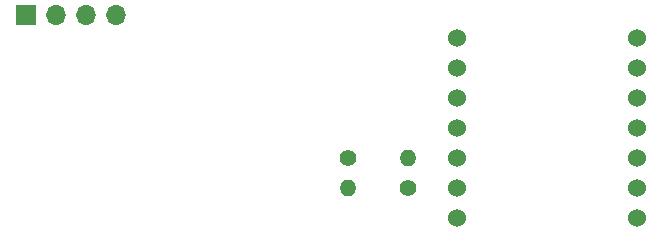
<source format=gbr>
%TF.GenerationSoftware,KiCad,Pcbnew,8.0.9*%
%TF.CreationDate,2025-07-26T13:13:37-07:00*%
%TF.ProjectId,ayushi_hermes_project,61797573-6869-45f6-9865-726d65735f70,rev?*%
%TF.SameCoordinates,Original*%
%TF.FileFunction,Soldermask,Bot*%
%TF.FilePolarity,Negative*%
%FSLAX46Y46*%
G04 Gerber Fmt 4.6, Leading zero omitted, Abs format (unit mm)*
G04 Created by KiCad (PCBNEW 8.0.9) date 2025-07-26 13:13:37*
%MOMM*%
%LPD*%
G01*
G04 APERTURE LIST*
%ADD10C,1.524000*%
%ADD11C,1.400000*%
%ADD12O,1.400000X1.400000*%
%ADD13R,1.700000X1.700000*%
%ADD14O,1.700000X1.700000*%
G04 APERTURE END LIST*
D10*
%TO.C,U2*%
X105994200Y-78689200D03*
X105994200Y-81229200D03*
X105994200Y-83769200D03*
X105994200Y-86309200D03*
X105994200Y-88849200D03*
X105994200Y-91389200D03*
X105994200Y-93929200D03*
X121234200Y-93929200D03*
X121234200Y-91389200D03*
X121234200Y-88849200D03*
X121234200Y-86309200D03*
X121234200Y-83769200D03*
X121234200Y-81229200D03*
X121234200Y-78689200D03*
%TD*%
D11*
%TO.C,R2*%
X101879400Y-91389200D03*
D12*
X96799400Y-91389200D03*
%TD*%
%TO.C,R1*%
X101879400Y-88849200D03*
D11*
X96799400Y-88849200D03*
%TD*%
D13*
%TO.C,J1*%
X69494400Y-76733400D03*
D14*
X72034400Y-76733400D03*
X74574400Y-76733400D03*
X77114400Y-76733400D03*
%TD*%
M02*

</source>
